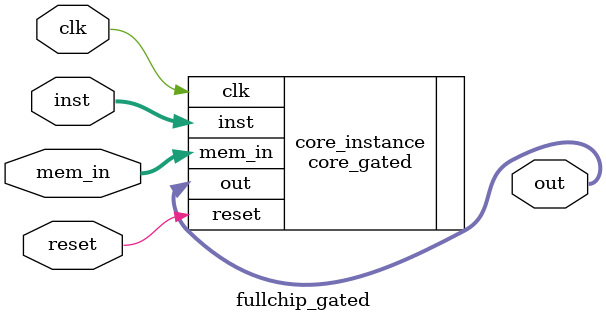
<source format=v>

`include "/home/linux/ieng6/ee260bwi25/public/PDKdata/verilog/tcbn65gplus.v"


    
module fullchip_gated (clk, mem_in, inst, reset,out);

parameter col = 8;
parameter bw = 8;
parameter bw_psum = 2*bw+4;
parameter pr = 8;//was 16

input  clk; 
input  [pr*bw-1:0] mem_in; 
input  [16:0] inst; 
input  reset;

//My addition
output [bw_psum*col-1:0] out;


core_gated #(.bw(bw), .bw_psum(bw_psum), .col(col), .pr(pr)) core_instance (
      .reset(reset), 
      .clk(clk), 
      .mem_in(mem_in), 
      .inst(inst),
      .out(out)
);

    // Instantiating CKLNQD2
    wire Q;
    wire TE, E, CP;
    CKLNQD2 my_instance (
        .TE(TE),
        .E(E),
        .CP(CP),
        .Q(Q)
    );
   

endmodule

/*
/ type: CKLNDx
`celldefine
module CKLNQD2 (TE, E, CP, Q);
    input TE, E, CP;
    output Q;
    reg notifier;

  `ifdef NTC // Reserve for NTC.
    wire TE_d, E_d, CP_d ;
    pullup (CDN);
    pullup (SDN);
    or (D_i, E_d, TE_d);
    not (CPB, CP_d);
    tsmc_dla (Q_buf, D_i, CPB, CDN, SDN, notifier);
    and         (Q, Q_buf, CP_d);
    not ( E_bar_b, E_d );
    not ( TE_bar_b, TE_d );
    `ifdef TETRAMAX
    `else
      tsmc_xbuf(E_bar,E_bar_b,1'b1);
    `endif
    `ifdef TETRAMAX
    `else
      tsmc_xbuf(TE_bar,TE_bar_b,1'b1);
    `endif
  `else // Reserve for non NTC.
    pullup (CDN);
    pullup (SDN);
    or (D_i, E, TE);
    not (CPB, CP);
    tsmc_dla (Q_buf, D_i, CPB, CDN, SDN, notifier);
    and         (Q, Q_buf, CP);
    not ( E_bar_b, E );
    not ( TE_bar_b, TE );
    `ifdef TETRAMAX
    `else
      tsmc_xbuf(E_bar,E_bar_b,1'b1);
    `endif
    `ifdef TETRAMAX
    `else
      tsmc_xbuf(TE_bar,TE_bar_b,1'b1);
    `endif
  `endif

    specify
       // old version
       (posedge CP => (Q +: E))=(0, 0);
       (negedge CP => (Q +: 1'b0))=(0, 0);
       //
       // new Mar 23, 2001 
       (CP => Q)=(0, 0);
       $width(negedge CP, 0, 0, notifier);
  `ifdef NTC       // Reserve for NTC.
       $setuphold(posedge CP &&& E_bar, negedge  TE, 0, 0, notifier, , ,CP_d, TE_d);
       $setuphold(posedge CP &&& E_bar, posedge  TE, 0, 0, notifier, , ,CP_d, TE_d);
       $setuphold(posedge CP &&& TE_bar, negedge  E, 0, 0, notifier, , ,CP_d, E_d);
       $setuphold(posedge CP &&& TE_bar, posedge  E, 0, 0, notifier, , ,CP_d, E_d);
  `else           // Reserve for non NTC.
       $setuphold(posedge CP &&& E_bar, negedge  TE, 0, 0, notifier);
       $setuphold(posedge CP &&& E_bar, posedge  TE, 0, 0, notifier);
       $setuphold(posedge CP &&& TE_bar, negedge  E, 0, 0, notifier);
       $setuphold(posedge CP &&& TE_bar, posedge  E, 0, 0, notifier);
  `endif
    endspecify

endmodule
`endcelldefine
*/

</source>
